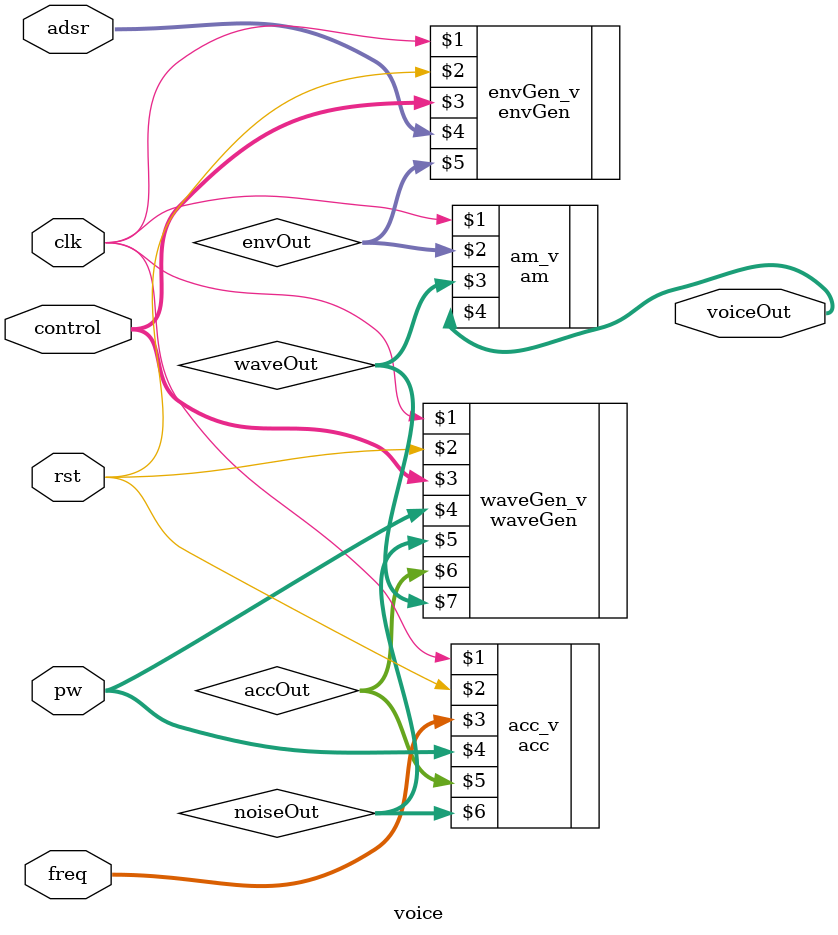
<source format=sv>
module voice(
    input clk, rst,
    input [7:0] control,
    input [11:0] pw,
    input [15:0] adsr,
    input [15:0] freq,

    output wire [11:0] voiceOut
);

    wire [23:0] accOut;
    wire [11:0] noiseOut, waveOut;
    wire [7:0] envOut;

    acc acc_v (clk, rst, freq, pw, accOut, noiseOut);
    waveGen waveGen_v (clk, rst, control, pw, noiseOut, accOut, waveOut);
    envGen envGen_v (clk, rst, control, adsr, envOut);
    am am_v (clk, envOut, waveOut, voiceOut);
    
endmodule
</source>
